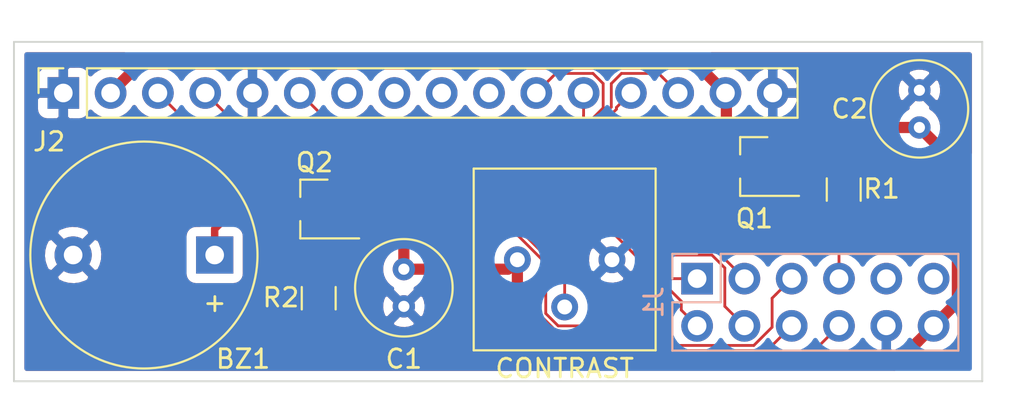
<source format=kicad_pcb>
(kicad_pcb (version 20171130) (host pcbnew 5.1.5+dfsg1-2build2)

  (general
    (thickness 1.6002)
    (drawings 4)
    (tracks 96)
    (zones 0)
    (modules 10)
    (nets 16)
  )

  (page A4)
  (layers
    (0 Front signal)
    (31 Back signal)
    (34 B.Paste user)
    (35 F.Paste user)
    (36 B.SilkS user)
    (37 F.SilkS user)
    (38 B.Mask user)
    (39 F.Mask user)
    (44 Edge.Cuts user)
    (45 Margin user)
    (46 B.CrtYd user)
    (47 F.CrtYd user)
    (49 F.Fab user hide)
  )

  (setup
    (last_trace_width 0.127)
    (user_trace_width 0.15)
    (user_trace_width 0.2)
    (user_trace_width 0.4)
    (user_trace_width 0.6)
    (trace_clearance 0.127)
    (zone_clearance 0.508)
    (zone_45_only no)
    (trace_min 0.127)
    (via_size 0.6)
    (via_drill 0.3)
    (via_min_size 0.6)
    (via_min_drill 0.3)
    (user_via 0.6 0.3)
    (user_via 0.9 0.4)
    (uvia_size 0.6858)
    (uvia_drill 0.3302)
    (uvias_allowed no)
    (uvia_min_size 0.2)
    (uvia_min_drill 0.1)
    (edge_width 0.0381)
    (segment_width 0.254)
    (pcb_text_width 0.3048)
    (pcb_text_size 1.524 1.524)
    (mod_edge_width 0.1524)
    (mod_text_size 0.8128 0.8128)
    (mod_text_width 0.1524)
    (pad_size 1.524 1.524)
    (pad_drill 0.762)
    (pad_to_mask_clearance 0)
    (solder_mask_min_width 0.12)
    (aux_axis_origin 0 0)
    (visible_elements FFFFFF7F)
    (pcbplotparams
      (layerselection 0x010fc_ffffffff)
      (usegerberextensions false)
      (usegerberattributes false)
      (usegerberadvancedattributes false)
      (creategerberjobfile false)
      (excludeedgelayer true)
      (linewidth 0.100000)
      (plotframeref false)
      (viasonmask false)
      (mode 1)
      (useauxorigin false)
      (hpglpennumber 1)
      (hpglpenspeed 20)
      (hpglpendiameter 15.000000)
      (psnegative false)
      (psa4output false)
      (plotreference true)
      (plotvalue true)
      (plotinvisibletext false)
      (padsonsilk false)
      (subtractmaskfromsilk false)
      (outputformat 1)
      (mirror false)
      (drillshape 0)
      (scaleselection 1)
      (outputdirectory "gerbers/"))
  )

  (net 0 "")
  (net 1 "Net-(BZ1-Pad1)")
  (net 2 GND)
  (net 3 +5V)
  (net 4 RS)
  (net 5 E)
  (net 6 /D7)
  (net 7 /D6)
  (net 8 /D5)
  (net 9 /D4)
  (net 10 /A)
  (net 11 /V0)
  (net 12 "Net-(Q1-Pad1)")
  (net 13 "Net-(Q2-Pad1)")
  (net 14 "Net-(J1-Pad7)")
  (net 15 "Net-(J1-Pad8)")

  (net_class Default "This is the default net class."
    (clearance 0.127)
    (trace_width 0.127)
    (via_dia 0.6)
    (via_drill 0.3)
    (uvia_dia 0.6858)
    (uvia_drill 0.3302)
    (diff_pair_width 0.1524)
    (diff_pair_gap 0.254)
    (add_net +5V)
    (add_net /A)
    (add_net /D4)
    (add_net /D5)
    (add_net /D6)
    (add_net /D7)
    (add_net /V0)
    (add_net E)
    (add_net GND)
    (add_net "Net-(BZ1-Pad1)")
    (add_net "Net-(J1-Pad7)")
    (add_net "Net-(J1-Pad8)")
    (add_net "Net-(Q1-Pad1)")
    (add_net "Net-(Q2-Pad1)")
    (add_net RS)
  )

  (module Buzzer_Beeper:Buzzer_12x9.5RM7.6 (layer Front) (tedit 5A030281) (tstamp 5FA701F3)
    (at 128.778 108.712 180)
    (descr "Generic Buzzer, D12mm height 9.5mm with RM7.6mm")
    (tags buzzer)
    (path /5FA0C958)
    (fp_text reference BZ1 (at -1.524 -5.588) (layer F.SilkS)
      (effects (font (size 1 1) (thickness 0.15)))
    )
    (fp_text value "Active Buzzer" (at 3.8 7.4) (layer F.Fab)
      (effects (font (size 1 1) (thickness 0.15)))
    )
    (fp_text user + (at -0.01 -2.54) (layer F.Fab)
      (effects (font (size 1 1) (thickness 0.15)))
    )
    (fp_text user + (at -0.01 -2.54) (layer F.SilkS)
      (effects (font (size 1 1) (thickness 0.15)))
    )
    (fp_text user %R (at 3.8 -4) (layer F.Fab)
      (effects (font (size 1 1) (thickness 0.15)))
    )
    (fp_circle (center 3.8 0) (end 10.05 0) (layer F.CrtYd) (width 0.05))
    (fp_circle (center 3.8 0) (end 9.8 0) (layer F.Fab) (width 0.1))
    (fp_circle (center 3.8 0) (end 4.8 0) (layer F.Fab) (width 0.1))
    (fp_circle (center 3.8 0) (end 9.9 0) (layer F.SilkS) (width 0.12))
    (pad 1 thru_hole rect (at 0 0 180) (size 2 2) (drill 1) (layers *.Cu *.Mask)
      (net 1 "Net-(BZ1-Pad1)"))
    (pad 2 thru_hole circle (at 7.6 0 180) (size 2 2) (drill 1) (layers *.Cu *.Mask)
      (net 2 GND))
    (model ${KISYS3DMOD}/Buzzer_Beeper.3dshapes/Buzzer_12x9.5RM7.6.wrl
      (at (xyz 0 0 0))
      (scale (xyz 1 1 1))
      (rotate (xyz 0 0 0))
    )
  )

  (module Connector_PinSocket_2.54mm:PinSocket_1x16_P2.54mm_Vertical (layer Front) (tedit 5A19A41E) (tstamp 5FA7024D)
    (at 120.65 100 90)
    (descr "Through hole straight socket strip, 1x16, 2.54mm pitch, single row (from Kicad 4.0.7), script generated")
    (tags "Through hole socket strip THT 1x16 2.54mm single row")
    (path /5F9DD503)
    (fp_text reference J2 (at -2.616 -0.762 180) (layer F.SilkS)
      (effects (font (size 1 1) (thickness 0.15)))
    )
    (fp_text value Conn_01x16_Female (at 0 40.87 90) (layer F.Fab)
      (effects (font (size 1 1) (thickness 0.15)))
    )
    (fp_line (start -1.27 -1.27) (end 0.635 -1.27) (layer F.Fab) (width 0.1))
    (fp_line (start 0.635 -1.27) (end 1.27 -0.635) (layer F.Fab) (width 0.1))
    (fp_line (start 1.27 -0.635) (end 1.27 39.37) (layer F.Fab) (width 0.1))
    (fp_line (start 1.27 39.37) (end -1.27 39.37) (layer F.Fab) (width 0.1))
    (fp_line (start -1.27 39.37) (end -1.27 -1.27) (layer F.Fab) (width 0.1))
    (fp_line (start -1.33 1.27) (end 1.33 1.27) (layer F.SilkS) (width 0.12))
    (fp_line (start -1.33 1.27) (end -1.33 39.43) (layer F.SilkS) (width 0.12))
    (fp_line (start -1.33 39.43) (end 1.33 39.43) (layer F.SilkS) (width 0.12))
    (fp_line (start 1.33 1.27) (end 1.33 39.43) (layer F.SilkS) (width 0.12))
    (fp_line (start 1.33 -1.33) (end 1.33 0) (layer F.SilkS) (width 0.12))
    (fp_line (start 0 -1.33) (end 1.33 -1.33) (layer F.SilkS) (width 0.12))
    (fp_line (start -1.8 -1.8) (end 1.75 -1.8) (layer F.CrtYd) (width 0.05))
    (fp_line (start 1.75 -1.8) (end 1.75 39.9) (layer F.CrtYd) (width 0.05))
    (fp_line (start 1.75 39.9) (end -1.8 39.9) (layer F.CrtYd) (width 0.05))
    (fp_line (start -1.8 39.9) (end -1.8 -1.8) (layer F.CrtYd) (width 0.05))
    (fp_text user %R (at 0 19.05) (layer F.Fab)
      (effects (font (size 1 1) (thickness 0.15)))
    )
    (pad 1 thru_hole rect (at 0 0 90) (size 1.7 1.7) (drill 1) (layers *.Cu *.Mask)
      (net 2 GND))
    (pad 2 thru_hole oval (at 0 2.54 90) (size 1.7 1.7) (drill 1) (layers *.Cu *.Mask)
      (net 10 /A))
    (pad 3 thru_hole oval (at 0 5.08 90) (size 1.7 1.7) (drill 1) (layers *.Cu *.Mask)
      (net 11 /V0))
    (pad 4 thru_hole oval (at 0 7.62 90) (size 1.7 1.7) (drill 1) (layers *.Cu *.Mask)
      (net 4 RS))
    (pad 5 thru_hole oval (at 0 10.16 90) (size 1.7 1.7) (drill 1) (layers *.Cu *.Mask)
      (net 2 GND))
    (pad 6 thru_hole oval (at 0 12.7 90) (size 1.7 1.7) (drill 1) (layers *.Cu *.Mask)
      (net 5 E))
    (pad 7 thru_hole oval (at 0 15.24 90) (size 1.7 1.7) (drill 1) (layers *.Cu *.Mask))
    (pad 8 thru_hole oval (at 0 17.78 90) (size 1.7 1.7) (drill 1) (layers *.Cu *.Mask))
    (pad 9 thru_hole oval (at 0 20.32 90) (size 1.7 1.7) (drill 1) (layers *.Cu *.Mask))
    (pad 10 thru_hole oval (at 0 22.86 90) (size 1.7 1.7) (drill 1) (layers *.Cu *.Mask))
    (pad 11 thru_hole oval (at 0 25.4 90) (size 1.7 1.7) (drill 1) (layers *.Cu *.Mask)
      (net 9 /D4))
    (pad 12 thru_hole oval (at 0 27.94 90) (size 1.7 1.7) (drill 1) (layers *.Cu *.Mask)
      (net 8 /D5))
    (pad 13 thru_hole oval (at 0 30.48 90) (size 1.7 1.7) (drill 1) (layers *.Cu *.Mask)
      (net 7 /D6))
    (pad 14 thru_hole oval (at 0 33.02 90) (size 1.7 1.7) (drill 1) (layers *.Cu *.Mask)
      (net 6 /D7))
    (pad 15 thru_hole oval (at 0 35.56 90) (size 1.7 1.7) (drill 1) (layers *.Cu *.Mask)
      (net 10 /A))
    (pad 16 thru_hole oval (at 0 38.1 90) (size 1.7 1.7) (drill 1) (layers *.Cu *.Mask)
      (net 2 GND))
    (model ${KISYS3DMOD}/Connector_PinSocket_2.54mm.3dshapes/PinSocket_1x16_P2.54mm_Vertical.wrl
      (at (xyz 0 0 0))
      (scale (xyz 1 1 1))
      (rotate (xyz 0 0 0))
    )
  )

  (module Package_TO_SOT_SMD:SOT-23_Handsoldering (layer Front) (tedit 5A0AB76C) (tstamp 5FA70262)
    (at 157.758 103.952 180)
    (descr "SOT-23, Handsoldering")
    (tags SOT-23)
    (path /5F9ED9F8)
    (attr smd)
    (fp_text reference Q1 (at 0 -2.8) (layer F.SilkS)
      (effects (font (size 1 1) (thickness 0.15)))
    )
    (fp_text value Q_PNP_BJT (at 0 2.5) (layer F.Fab)
      (effects (font (size 1 1) (thickness 0.15)))
    )
    (fp_text user %R (at 0 0 90) (layer F.Fab)
      (effects (font (size 0.5 0.5) (thickness 0.075)))
    )
    (fp_line (start 0.76 1.58) (end 0.76 0.65) (layer F.SilkS) (width 0.12))
    (fp_line (start 0.76 -1.58) (end 0.76 -0.65) (layer F.SilkS) (width 0.12))
    (fp_line (start -2.7 -1.75) (end 2.7 -1.75) (layer F.CrtYd) (width 0.05))
    (fp_line (start 2.7 -1.75) (end 2.7 1.75) (layer F.CrtYd) (width 0.05))
    (fp_line (start 2.7 1.75) (end -2.7 1.75) (layer F.CrtYd) (width 0.05))
    (fp_line (start -2.7 1.75) (end -2.7 -1.75) (layer F.CrtYd) (width 0.05))
    (fp_line (start 0.76 -1.58) (end -2.4 -1.58) (layer F.SilkS) (width 0.12))
    (fp_line (start -0.7 -0.95) (end -0.7 1.5) (layer F.Fab) (width 0.1))
    (fp_line (start -0.15 -1.52) (end 0.7 -1.52) (layer F.Fab) (width 0.1))
    (fp_line (start -0.7 -0.95) (end -0.15 -1.52) (layer F.Fab) (width 0.1))
    (fp_line (start 0.7 -1.52) (end 0.7 1.52) (layer F.Fab) (width 0.1))
    (fp_line (start -0.7 1.52) (end 0.7 1.52) (layer F.Fab) (width 0.1))
    (fp_line (start 0.76 1.58) (end -0.7 1.58) (layer F.SilkS) (width 0.12))
    (pad 1 smd rect (at -1.5 -0.95 180) (size 1.9 0.8) (layers Front F.Paste F.Mask)
      (net 12 "Net-(Q1-Pad1)"))
    (pad 2 smd rect (at -1.5 0.95 180) (size 1.9 0.8) (layers Front F.Paste F.Mask)
      (net 3 +5V))
    (pad 3 smd rect (at 1.5 0 180) (size 1.9 0.8) (layers Front F.Paste F.Mask)
      (net 10 /A))
    (model ${KISYS3DMOD}/Package_TO_SOT_SMD.3dshapes/SOT-23.wrl
      (at (xyz 0 0 0))
      (scale (xyz 1 1 1))
      (rotate (xyz 0 0 0))
    )
  )

  (module Package_TO_SOT_SMD:SOT-23_Handsoldering (layer Front) (tedit 5A0AB76C) (tstamp 5FA70277)
    (at 134.136 106.238 180)
    (descr "SOT-23, Handsoldering")
    (tags SOT-23)
    (path /5FA07BA7)
    (attr smd)
    (fp_text reference Q2 (at 0 2.5) (layer F.SilkS)
      (effects (font (size 1 1) (thickness 0.15)))
    )
    (fp_text value Q_PNP_BJT (at 0 2.5) (layer F.Fab)
      (effects (font (size 1 1) (thickness 0.15)))
    )
    (fp_line (start 0.76 1.58) (end -0.7 1.58) (layer F.SilkS) (width 0.12))
    (fp_line (start -0.7 1.52) (end 0.7 1.52) (layer F.Fab) (width 0.1))
    (fp_line (start 0.7 -1.52) (end 0.7 1.52) (layer F.Fab) (width 0.1))
    (fp_line (start -0.7 -0.95) (end -0.15 -1.52) (layer F.Fab) (width 0.1))
    (fp_line (start -0.15 -1.52) (end 0.7 -1.52) (layer F.Fab) (width 0.1))
    (fp_line (start -0.7 -0.95) (end -0.7 1.5) (layer F.Fab) (width 0.1))
    (fp_line (start 0.76 -1.58) (end -2.4 -1.58) (layer F.SilkS) (width 0.12))
    (fp_line (start -2.7 1.75) (end -2.7 -1.75) (layer F.CrtYd) (width 0.05))
    (fp_line (start 2.7 1.75) (end -2.7 1.75) (layer F.CrtYd) (width 0.05))
    (fp_line (start 2.7 -1.75) (end 2.7 1.75) (layer F.CrtYd) (width 0.05))
    (fp_line (start -2.7 -1.75) (end 2.7 -1.75) (layer F.CrtYd) (width 0.05))
    (fp_line (start 0.76 -1.58) (end 0.76 -0.65) (layer F.SilkS) (width 0.12))
    (fp_line (start 0.76 1.58) (end 0.76 0.65) (layer F.SilkS) (width 0.12))
    (fp_text user %R (at 0 0 90) (layer F.Fab)
      (effects (font (size 0.5 0.5) (thickness 0.075)))
    )
    (pad 3 smd rect (at 1.5 0 180) (size 1.9 0.8) (layers Front F.Paste F.Mask)
      (net 1 "Net-(BZ1-Pad1)"))
    (pad 2 smd rect (at -1.5 0.95 180) (size 1.9 0.8) (layers Front F.Paste F.Mask)
      (net 3 +5V))
    (pad 1 smd rect (at -1.5 -0.95 180) (size 1.9 0.8) (layers Front F.Paste F.Mask)
      (net 13 "Net-(Q2-Pad1)"))
    (model ${KISYS3DMOD}/Package_TO_SOT_SMD.3dshapes/SOT-23.wrl
      (at (xyz 0 0 0))
      (scale (xyz 1 1 1))
      (rotate (xyz 0 0 0))
    )
  )

  (module Resistor_SMD:R_1206_3216Metric_Pad1.42x1.75mm_HandSolder (layer Front) (tedit 5B301BBD) (tstamp 5FA70288)
    (at 162.56 105.1925 270)
    (descr "Resistor SMD 1206 (3216 Metric), square (rectangular) end terminal, IPC_7351 nominal with elongated pad for handsoldering. (Body size source: http://www.tortai-tech.com/upload/download/2011102023233369053.pdf), generated with kicad-footprint-generator")
    (tags "resistor handsolder")
    (path /5F9F10A8)
    (attr smd)
    (fp_text reference R1 (at -0.0365 -2.032 180) (layer F.SilkS)
      (effects (font (size 1 1) (thickness 0.15)))
    )
    (fp_text value R (at 0 1.82 90) (layer F.Fab)
      (effects (font (size 1 1) (thickness 0.15)))
    )
    (fp_line (start -1.6 0.8) (end -1.6 -0.8) (layer F.Fab) (width 0.1))
    (fp_line (start -1.6 -0.8) (end 1.6 -0.8) (layer F.Fab) (width 0.1))
    (fp_line (start 1.6 -0.8) (end 1.6 0.8) (layer F.Fab) (width 0.1))
    (fp_line (start 1.6 0.8) (end -1.6 0.8) (layer F.Fab) (width 0.1))
    (fp_line (start -0.602064 -0.91) (end 0.602064 -0.91) (layer F.SilkS) (width 0.12))
    (fp_line (start -0.602064 0.91) (end 0.602064 0.91) (layer F.SilkS) (width 0.12))
    (fp_line (start -2.45 1.12) (end -2.45 -1.12) (layer F.CrtYd) (width 0.05))
    (fp_line (start -2.45 -1.12) (end 2.45 -1.12) (layer F.CrtYd) (width 0.05))
    (fp_line (start 2.45 -1.12) (end 2.45 1.12) (layer F.CrtYd) (width 0.05))
    (fp_line (start 2.45 1.12) (end -2.45 1.12) (layer F.CrtYd) (width 0.05))
    (fp_text user %R (at 0 0 90) (layer F.Fab)
      (effects (font (size 0.8 0.8) (thickness 0.12)))
    )
    (pad 1 smd roundrect (at -1.4875 0 270) (size 1.425 1.75) (layers Front F.Paste F.Mask) (roundrect_rratio 0.175439)
      (net 12 "Net-(Q1-Pad1)"))
    (pad 2 smd roundrect (at 1.4875 0 270) (size 1.425 1.75) (layers Front F.Paste F.Mask) (roundrect_rratio 0.175439)
      (net 14 "Net-(J1-Pad7)"))
    (model ${KISYS3DMOD}/Resistor_SMD.3dshapes/R_1206_3216Metric.wrl
      (at (xyz 0 0 0))
      (scale (xyz 1 1 1))
      (rotate (xyz 0 0 0))
    )
  )

  (module Resistor_SMD:R_1206_3216Metric_Pad1.42x1.75mm_HandSolder (layer Front) (tedit 5B301BBD) (tstamp 5FA70299)
    (at 134.366 111.0345 270)
    (descr "Resistor SMD 1206 (3216 Metric), square (rectangular) end terminal, IPC_7351 nominal with elongated pad for handsoldering. (Body size source: http://www.tortai-tech.com/upload/download/2011102023233369053.pdf), generated with kicad-footprint-generator")
    (tags "resistor handsolder")
    (path /5FA07BAD)
    (attr smd)
    (fp_text reference R2 (at -0.0365 2.032 180) (layer F.SilkS)
      (effects (font (size 1 1) (thickness 0.15)))
    )
    (fp_text value R (at 0 1.82 90) (layer F.Fab)
      (effects (font (size 1 1) (thickness 0.15)))
    )
    (fp_text user %R (at 0 0 90) (layer F.Fab)
      (effects (font (size 0.8 0.8) (thickness 0.12)))
    )
    (fp_line (start 2.45 1.12) (end -2.45 1.12) (layer F.CrtYd) (width 0.05))
    (fp_line (start 2.45 -1.12) (end 2.45 1.12) (layer F.CrtYd) (width 0.05))
    (fp_line (start -2.45 -1.12) (end 2.45 -1.12) (layer F.CrtYd) (width 0.05))
    (fp_line (start -2.45 1.12) (end -2.45 -1.12) (layer F.CrtYd) (width 0.05))
    (fp_line (start -0.602064 0.91) (end 0.602064 0.91) (layer F.SilkS) (width 0.12))
    (fp_line (start -0.602064 -0.91) (end 0.602064 -0.91) (layer F.SilkS) (width 0.12))
    (fp_line (start 1.6 0.8) (end -1.6 0.8) (layer F.Fab) (width 0.1))
    (fp_line (start 1.6 -0.8) (end 1.6 0.8) (layer F.Fab) (width 0.1))
    (fp_line (start -1.6 -0.8) (end 1.6 -0.8) (layer F.Fab) (width 0.1))
    (fp_line (start -1.6 0.8) (end -1.6 -0.8) (layer F.Fab) (width 0.1))
    (pad 2 smd roundrect (at 1.4875 0 270) (size 1.425 1.75) (layers Front F.Paste F.Mask) (roundrect_rratio 0.175439)
      (net 15 "Net-(J1-Pad8)"))
    (pad 1 smd roundrect (at -1.4875 0 270) (size 1.425 1.75) (layers Front F.Paste F.Mask) (roundrect_rratio 0.175439)
      (net 13 "Net-(Q2-Pad1)"))
    (model ${KISYS3DMOD}/Resistor_SMD.3dshapes/R_1206_3216Metric.wrl
      (at (xyz 0 0 0))
      (scale (xyz 1 1 1))
      (rotate (xyz 0 0 0))
    )
  )

  (module Potentiometer_THT:Potentiometer_Bourns_3386P_Vertical (layer Front) (tedit 5AA07388) (tstamp 5FA702B0)
    (at 145.034 108.966 270)
    (descr "Potentiometer, vertical, Bourns 3386P, https://www.bourns.com/pdfs/3386.pdf")
    (tags "Potentiometer vertical Bourns 3386P")
    (path /5F9F1E95)
    (fp_text reference CONTRAST (at 5.842 -2.54 180) (layer F.SilkS)
      (effects (font (size 1 1) (thickness 0.15)))
    )
    (fp_text value R_POT (at -0.015 3.475 90) (layer F.Fab)
      (effects (font (size 1 1) (thickness 0.15)))
    )
    (fp_circle (center -0.891 -2.54) (end 0.684 -2.54) (layer F.Fab) (width 0.1))
    (fp_line (start -4.78 -7.305) (end -4.78 2.225) (layer F.Fab) (width 0.1))
    (fp_line (start -4.78 2.225) (end 4.75 2.225) (layer F.Fab) (width 0.1))
    (fp_line (start 4.75 2.225) (end 4.75 -7.305) (layer F.Fab) (width 0.1))
    (fp_line (start 4.75 -7.305) (end -4.78 -7.305) (layer F.Fab) (width 0.1))
    (fp_line (start -0.891 -0.98) (end -0.89 -4.099) (layer F.Fab) (width 0.1))
    (fp_line (start -0.891 -0.98) (end -0.89 -4.099) (layer F.Fab) (width 0.1))
    (fp_line (start -4.9 -7.425) (end 4.87 -7.425) (layer F.SilkS) (width 0.12))
    (fp_line (start -4.9 2.345) (end 4.87 2.345) (layer F.SilkS) (width 0.12))
    (fp_line (start -4.9 -7.425) (end -4.9 2.345) (layer F.SilkS) (width 0.12))
    (fp_line (start 4.87 -7.425) (end 4.87 2.345) (layer F.SilkS) (width 0.12))
    (fp_line (start -5.03 -7.56) (end -5.03 2.48) (layer F.CrtYd) (width 0.05))
    (fp_line (start -5.03 2.48) (end 5 2.48) (layer F.CrtYd) (width 0.05))
    (fp_line (start 5 2.48) (end 5 -7.56) (layer F.CrtYd) (width 0.05))
    (fp_line (start 5 -7.56) (end -5.03 -7.56) (layer F.CrtYd) (width 0.05))
    (fp_text user %R (at -3.78 -2.54) (layer F.Fab)
      (effects (font (size 1 1) (thickness 0.15)))
    )
    (pad 3 thru_hole circle (at 0 -5.08 270) (size 1.44 1.44) (drill 0.8) (layers *.Cu *.Mask)
      (net 2 GND))
    (pad 2 thru_hole circle (at 2.54 -2.54 270) (size 1.44 1.44) (drill 0.8) (layers *.Cu *.Mask)
      (net 11 /V0))
    (pad 1 thru_hole circle (at 0 0 270) (size 1.44 1.44) (drill 0.8) (layers *.Cu *.Mask)
      (net 3 +5V))
    (model ${KISYS3DMOD}/Potentiometer_THT.3dshapes/Potentiometer_Bourns_3386P_Vertical.wrl
      (at (xyz 0 0 0))
      (scale (xyz 1 1 1))
      (rotate (xyz 0 0 0))
    )
  )

  (module Capacitor_THT:C_Radial_D5.0mm_H7.0mm_P2.00mm (layer Front) (tedit 5BC5C9B9) (tstamp 5FA70565)
    (at 138.938 109.474 270)
    (descr "C, Radial series, Radial, pin pitch=2.00mm, diameter=5mm, height=7mm, Non-Polar Electrolytic Capacitor")
    (tags "C Radial series Radial pin pitch 2.00mm diameter 5mm height 7mm Non-Polar Electrolytic Capacitor")
    (path /5F9E25DC)
    (fp_text reference C1 (at 4.826 0 180) (layer F.SilkS)
      (effects (font (size 1 1) (thickness 0.15)))
    )
    (fp_text value 47u (at 1 3.75 90) (layer F.Fab)
      (effects (font (size 1 1) (thickness 0.15)))
    )
    (fp_circle (center 1 0) (end 3.5 0) (layer F.Fab) (width 0.1))
    (fp_circle (center 1 0) (end 3.62 0) (layer F.SilkS) (width 0.12))
    (fp_circle (center 1 0) (end 3.75 0) (layer F.CrtYd) (width 0.05))
    (fp_text user %R (at 1 0 90) (layer F.Fab)
      (effects (font (size 1 1) (thickness 0.15)))
    )
    (pad 1 thru_hole circle (at 0 0 270) (size 1.2 1.2) (drill 0.6) (layers *.Cu *.Mask)
      (net 3 +5V))
    (pad 2 thru_hole circle (at 2 0 270) (size 1.2 1.2) (drill 0.6) (layers *.Cu *.Mask)
      (net 2 GND))
    (model ${KISYS3DMOD}/Capacitor_THT.3dshapes/C_Radial_D5.0mm_H7.0mm_P2.00mm.wrl
      (at (xyz 0 0 0))
      (scale (xyz 1 1 1))
      (rotate (xyz 0 0 0))
    )
  )

  (module Capacitor_THT:C_Radial_D5.0mm_H7.0mm_P2.00mm (layer Front) (tedit 5BC5C9B9) (tstamp 5FA7056E)
    (at 166.624 101.854 90)
    (descr "C, Radial series, Radial, pin pitch=2.00mm, diameter=5mm, height=7mm, Non-Polar Electrolytic Capacitor")
    (tags "C Radial series Radial pin pitch 2.00mm diameter 5mm height 7mm Non-Polar Electrolytic Capacitor")
    (path /5F9E5CE6)
    (fp_text reference C2 (at 1 -3.75 180) (layer F.SilkS)
      (effects (font (size 1 1) (thickness 0.15)))
    )
    (fp_text value 220u (at 1 3.75 90) (layer F.Fab)
      (effects (font (size 1 1) (thickness 0.15)))
    )
    (fp_text user %R (at 1 0 90) (layer F.Fab)
      (effects (font (size 1 1) (thickness 0.15)))
    )
    (fp_circle (center 1 0) (end 3.75 0) (layer F.CrtYd) (width 0.05))
    (fp_circle (center 1 0) (end 3.62 0) (layer F.SilkS) (width 0.12))
    (fp_circle (center 1 0) (end 3.5 0) (layer F.Fab) (width 0.1))
    (pad 2 thru_hole circle (at 2 0 90) (size 1.2 1.2) (drill 0.6) (layers *.Cu *.Mask)
      (net 2 GND))
    (pad 1 thru_hole circle (at 0 0 90) (size 1.2 1.2) (drill 0.6) (layers *.Cu *.Mask)
      (net 3 +5V))
    (model ${KISYS3DMOD}/Capacitor_THT.3dshapes/C_Radial_D5.0mm_H7.0mm_P2.00mm.wrl
      (at (xyz 0 0 0))
      (scale (xyz 1 1 1))
      (rotate (xyz 0 0 0))
    )
  )

  (module Connector_PinHeader_2.54mm:PinHeader_2x06_P2.54mm_Vertical (layer Back) (tedit 59FED5CC) (tstamp 5FB824A4)
    (at 154.686 109.982 270)
    (descr "Through hole straight pin header, 2x06, 2.54mm pitch, double rows")
    (tags "Through hole pin header THT 2x06 2.54mm double row")
    (path /5FAA0FE3)
    (fp_text reference J1 (at 1.27 2.33 270) (layer B.SilkS)
      (effects (font (size 1 1) (thickness 0.15)) (justify mirror))
    )
    (fp_text value Conn_02x06_Odd_Even (at 1.27 -15.03 270) (layer B.Fab)
      (effects (font (size 1 1) (thickness 0.15)) (justify mirror))
    )
    (fp_line (start 0 1.27) (end 3.81 1.27) (layer B.Fab) (width 0.1))
    (fp_line (start 3.81 1.27) (end 3.81 -13.97) (layer B.Fab) (width 0.1))
    (fp_line (start 3.81 -13.97) (end -1.27 -13.97) (layer B.Fab) (width 0.1))
    (fp_line (start -1.27 -13.97) (end -1.27 0) (layer B.Fab) (width 0.1))
    (fp_line (start -1.27 0) (end 0 1.27) (layer B.Fab) (width 0.1))
    (fp_line (start -1.33 -14.03) (end 3.87 -14.03) (layer B.SilkS) (width 0.12))
    (fp_line (start -1.33 -1.27) (end -1.33 -14.03) (layer B.SilkS) (width 0.12))
    (fp_line (start 3.87 1.33) (end 3.87 -14.03) (layer B.SilkS) (width 0.12))
    (fp_line (start -1.33 -1.27) (end 1.27 -1.27) (layer B.SilkS) (width 0.12))
    (fp_line (start 1.27 -1.27) (end 1.27 1.33) (layer B.SilkS) (width 0.12))
    (fp_line (start 1.27 1.33) (end 3.87 1.33) (layer B.SilkS) (width 0.12))
    (fp_line (start -1.33 0) (end -1.33 1.33) (layer B.SilkS) (width 0.12))
    (fp_line (start -1.33 1.33) (end 0 1.33) (layer B.SilkS) (width 0.12))
    (fp_line (start -1.8 1.8) (end -1.8 -14.5) (layer B.CrtYd) (width 0.05))
    (fp_line (start -1.8 -14.5) (end 4.35 -14.5) (layer B.CrtYd) (width 0.05))
    (fp_line (start 4.35 -14.5) (end 4.35 1.8) (layer B.CrtYd) (width 0.05))
    (fp_line (start 4.35 1.8) (end -1.8 1.8) (layer B.CrtYd) (width 0.05))
    (fp_text user %R (at 1.27 -6.35) (layer B.Fab)
      (effects (font (size 1 1) (thickness 0.15)) (justify mirror))
    )
    (pad 1 thru_hole rect (at 0 0 270) (size 1.7 1.7) (drill 1) (layers *.Cu *.Mask)
      (net 9 /D4))
    (pad 2 thru_hole oval (at 2.54 0 270) (size 1.7 1.7) (drill 1) (layers *.Cu *.Mask)
      (net 8 /D5))
    (pad 3 thru_hole oval (at 0 -2.54 270) (size 1.7 1.7) (drill 1) (layers *.Cu *.Mask)
      (net 7 /D6))
    (pad 4 thru_hole oval (at 2.54 -2.54 270) (size 1.7 1.7) (drill 1) (layers *.Cu *.Mask)
      (net 6 /D7))
    (pad 5 thru_hole oval (at 0 -5.08 270) (size 1.7 1.7) (drill 1) (layers *.Cu *.Mask)
      (net 5 E))
    (pad 6 thru_hole oval (at 2.54 -5.08 270) (size 1.7 1.7) (drill 1) (layers *.Cu *.Mask)
      (net 4 RS))
    (pad 7 thru_hole oval (at 0 -7.62 270) (size 1.7 1.7) (drill 1) (layers *.Cu *.Mask)
      (net 14 "Net-(J1-Pad7)"))
    (pad 8 thru_hole oval (at 2.54 -7.62 270) (size 1.7 1.7) (drill 1) (layers *.Cu *.Mask)
      (net 15 "Net-(J1-Pad8)"))
    (pad 9 thru_hole oval (at 0 -10.16 270) (size 1.7 1.7) (drill 1) (layers *.Cu *.Mask))
    (pad 10 thru_hole oval (at 2.54 -10.16 270) (size 1.7 1.7) (drill 1) (layers *.Cu *.Mask)
      (net 2 GND))
    (pad 11 thru_hole oval (at 0 -12.7 270) (size 1.7 1.7) (drill 1) (layers *.Cu *.Mask))
    (pad 12 thru_hole oval (at 2.54 -12.7 270) (size 1.7 1.7) (drill 1) (layers *.Cu *.Mask)
      (net 3 +5V))
    (model ${KISYS3DMOD}/Connector_PinHeader_2.54mm.3dshapes/PinHeader_2x06_P2.54mm_Vertical.wrl
      (at (xyz 0 0 0))
      (scale (xyz 1 1 1))
      (rotate (xyz 0 0 0))
    )
  )

  (gr_line (start 170 97.25) (end 170 115.5) (layer Edge.Cuts) (width 0.1))
  (gr_line (start 118 97.25) (end 170 97.25) (layer Edge.Cuts) (width 0.1))
  (gr_line (start 118 115.5) (end 118 97.25) (layer Edge.Cuts) (width 0.1))
  (gr_line (start 170 115.5) (end 118 115.5) (layer Edge.Cuts) (width 0.1))

  (segment (start 128.778 107.312) (end 128.778 108.712) (width 0.4) (layer Front) (net 1) (status 20))
  (segment (start 129.852 106.238) (end 128.778 107.312) (width 0.4) (layer Front) (net 1))
  (segment (start 132.636 106.238) (end 129.852 106.238) (width 0.4) (layer Front) (net 1) (status 10))
  (segment (start 159.258 102.002) (end 159.258 103.002) (width 0.6) (layer Front) (net 3) (status 20))
  (segment (start 159.406 101.854) (end 159.258 102.002) (width 0.6) (layer Front) (net 3))
  (segment (start 166.624 101.854) (end 159.406 101.854) (width 0.6) (layer Front) (net 3) (status 10))
  (segment (start 137.186 105.288) (end 135.636 105.288) (width 0.6) (layer Front) (net 3) (status 20))
  (segment (start 138.938 107.04) (end 137.186 105.288) (width 0.6) (layer Front) (net 3))
  (segment (start 138.938 109.474) (end 138.938 107.04) (width 0.6) (layer Front) (net 3) (status 10))
  (segment (start 167.223999 102.453999) (end 166.624 101.854) (width 0.6) (layer Front) (net 3))
  (segment (start 168.663001 103.893001) (end 167.223999 102.453999) (width 0.6) (layer Front) (net 3))
  (segment (start 168.663001 111.244999) (end 168.663001 103.893001) (width 0.6) (layer Front) (net 3))
  (segment (start 167.386 112.522) (end 168.663001 111.244999) (width 0.6) (layer Front) (net 3))
  (segment (start 144.526 109.474) (end 145.034 108.966) (width 0.6) (layer Front) (net 3))
  (segment (start 138.938 109.474) (end 144.526 109.474) (width 0.6) (layer Front) (net 3))
  (segment (start 148.62352 114.630031) (end 165.277969 114.630031) (width 0.6) (layer Front) (net 3))
  (segment (start 145.034 111.040511) (end 148.62352 114.630031) (width 0.6) (layer Front) (net 3))
  (segment (start 166.536001 113.371999) (end 167.386 112.522) (width 0.6) (layer Front) (net 3))
  (segment (start 165.277969 114.630031) (end 166.536001 113.371999) (width 0.6) (layer Front) (net 3))
  (segment (start 145.034 108.966) (end 145.034 111.040511) (width 0.6) (layer Front) (net 3))
  (segment (start 132.00799 103.73799) (end 141.924079 103.73799) (width 0.15) (layer Front) (net 4))
  (segment (start 128.27 100) (end 132.00799 103.73799) (width 0.15) (layer Front) (net 4))
  (segment (start 141.924079 103.73799) (end 152.0371 113.851011) (width 0.15) (layer Front) (net 4))
  (segment (start 158.436989 113.851011) (end 159.766 112.522) (width 0.15) (layer Front) (net 4))
  (segment (start 152.0371 113.851011) (end 158.436989 113.851011) (width 0.15) (layer Front) (net 4))
  (segment (start 158.713999 111.034001) (end 158.916001 110.831999) (width 0.15) (layer Front) (net 5))
  (segment (start 158.713999 112.590963) (end 158.713999 111.034001) (width 0.15) (layer Front) (net 5))
  (segment (start 157.730961 113.574001) (end 158.713999 112.590963) (width 0.15) (layer Front) (net 5))
  (segment (start 158.916001 110.831999) (end 159.766 109.982) (width 0.15) (layer Front) (net 5))
  (segment (start 152.151841 113.574001) (end 157.730961 113.574001) (width 0.15) (layer Front) (net 5))
  (segment (start 142.03882 103.46098) (end 152.151841 113.574001) (width 0.15) (layer Front) (net 5))
  (segment (start 136.81098 103.46098) (end 142.03882 103.46098) (width 0.15) (layer Front) (net 5))
  (segment (start 133.35 100) (end 136.81098 103.46098) (width 0.15) (layer Front) (net 5))
  (segment (start 152.820001 99.150001) (end 153.67 100) (width 0.15) (layer Front) (net 6))
  (segment (start 152.617999 98.947999) (end 152.820001 99.150001) (width 0.15) (layer Front) (net 6))
  (segment (start 150.077999 100.757751) (end 150.077999 99.495039) (width 0.15) (layer Front) (net 6))
  (segment (start 149.14402 101.69173) (end 150.077999 100.757751) (width 0.15) (layer Front) (net 6))
  (segment (start 149.14402 105.720122) (end 149.14402 101.69173) (width 0.15) (layer Front) (net 6))
  (segment (start 152.135898 108.712) (end 149.14402 105.720122) (width 0.15) (layer Front) (net 6))
  (segment (start 150.625039 98.947999) (end 152.617999 98.947999) (width 0.15) (layer Front) (net 6))
  (segment (start 155.479602 108.712) (end 152.135898 108.712) (width 0.15) (layer Front) (net 6))
  (segment (start 156.173999 109.406397) (end 155.479602 108.712) (width 0.15) (layer Front) (net 6))
  (segment (start 156.173999 111.469999) (end 156.173999 109.406397) (width 0.15) (layer Front) (net 6))
  (segment (start 150.077999 99.495039) (end 150.625039 98.947999) (width 0.15) (layer Front) (net 6))
  (segment (start 157.226 112.522) (end 156.173999 111.469999) (width 0.15) (layer Front) (net 6))
  (segment (start 150.355008 100.774992) (end 151.13 100) (width 0.15) (layer Front) (net 7))
  (segment (start 150.355008 100.872492) (end 150.355008 100.774992) (width 0.15) (layer Front) (net 7))
  (segment (start 149.42103 101.80647) (end 150.355008 100.872492) (width 0.15) (layer Front) (net 7))
  (segment (start 149.42103 105.605382) (end 149.42103 101.80647) (width 0.15) (layer Front) (net 7))
  (segment (start 152.250638 108.43499) (end 149.42103 105.605382) (width 0.15) (layer Front) (net 7))
  (segment (start 155.67899 108.43499) (end 152.250638 108.43499) (width 0.15) (layer Front) (net 7))
  (segment (start 157.226 109.982) (end 155.67899 108.43499) (width 0.15) (layer Front) (net 7))
  (segment (start 148.59 105.949602) (end 148.59 101.202081) (width 0.15) (layer Front) (net 8))
  (segment (start 153.836001 111.195603) (end 148.59 105.949602) (width 0.15) (layer Front) (net 8))
  (segment (start 153.836001 111.672001) (end 153.836001 111.195603) (width 0.15) (layer Front) (net 8))
  (segment (start 148.59 101.202081) (end 148.59 100) (width 0.15) (layer Front) (net 8))
  (segment (start 154.686 112.522) (end 153.836001 111.672001) (width 0.15) (layer Front) (net 8))
  (segment (start 146.899999 99.150001) (end 146.05 100) (width 0.15) (layer Front) (net 9))
  (segment (start 147.102001 98.947999) (end 146.899999 99.150001) (width 0.15) (layer Front) (net 9))
  (segment (start 149.094961 98.947999) (end 147.102001 98.947999) (width 0.15) (layer Front) (net 9))
  (segment (start 149.642001 99.495039) (end 149.094961 98.947999) (width 0.15) (layer Front) (net 9))
  (segment (start 149.642001 100.801999) (end 149.642001 99.495039) (width 0.15) (layer Front) (net 9))
  (segment (start 148.86701 101.57699) (end 149.642001 100.801999) (width 0.15) (layer Front) (net 9))
  (segment (start 148.86701 105.834862) (end 148.86701 101.57699) (width 0.15) (layer Front) (net 9))
  (segment (start 153.014148 109.982) (end 148.86701 105.834862) (width 0.15) (layer Front) (net 9))
  (segment (start 154.686 109.982) (end 153.014148 109.982) (width 0.15) (layer Front) (net 9))
  (segment (start 156.258 100.048) (end 156.21 100) (width 0.6) (layer Front) (net 10) (status 30))
  (segment (start 156.258 103.952) (end 156.258 100.048) (width 0.6) (layer Front) (net 10) (status 30))
  (segment (start 124.744011 98.445989) (end 123.19 100) (width 0.6) (layer Front) (net 10))
  (segment (start 154.655989 98.445989) (end 124.744011 98.445989) (width 0.6) (layer Front) (net 10))
  (segment (start 156.21 100) (end 154.655989 98.445989) (width 0.6) (layer Front) (net 10))
  (segment (start 129.745 104.015) (end 125.73 100) (width 0.15) (layer Front) (net 11))
  (segment (start 141.809339 104.015) (end 129.745 104.015) (width 0.15) (layer Front) (net 11))
  (segment (start 147.574 109.779661) (end 141.809339 104.015) (width 0.15) (layer Front) (net 11))
  (segment (start 147.574 111.506) (end 147.574 109.779661) (width 0.15) (layer Front) (net 11))
  (segment (start 162.56 104.4175) (end 162.56 103.705) (width 0.2) (layer Front) (net 12) (status 20))
  (segment (start 162.0755 104.902) (end 162.56 104.4175) (width 0.2) (layer Front) (net 12))
  (segment (start 159.258 104.902) (end 162.0755 104.902) (width 0.2) (layer Front) (net 12) (status 10))
  (segment (start 134.366 108.458) (end 135.636 107.188) (width 0.4) (layer Front) (net 13) (status 20))
  (segment (start 134.366 109.547) (end 134.366 108.458) (width 0.4) (layer Front) (net 13) (status 10))
  (segment (start 162.306 106.934) (end 162.56 106.68) (width 0.15) (layer Front) (net 14))
  (segment (start 162.306 109.982) (end 162.306 106.934) (width 0.15) (layer Front) (net 14))
  (segment (start 162.306 112.522) (end 160.699979 114.128021) (width 0.15) (layer Front) (net 15))
  (segment (start 151.922359 114.128021) (end 150.316338 112.522) (width 0.15) (layer Front) (net 15))
  (segment (start 160.699979 114.128021) (end 151.922359 114.128021) (width 0.15) (layer Front) (net 15))
  (segment (start 147.225438 112.522) (end 146.558 111.854562) (width 0.15) (layer Front) (net 15))
  (segment (start 150.316338 112.522) (end 147.225438 112.522) (width 0.15) (layer Front) (net 15))
  (segment (start 146.558 111.854562) (end 146.558 109.155411) (width 0.15) (layer Front) (net 15))
  (segment (start 133.491 112.522) (end 134.366 112.522) (width 0.15) (layer Front) (net 15))
  (segment (start 133.28899 112.31999) (end 133.491 112.522) (width 0.15) (layer Front) (net 15))
  (segment (start 133.28899 108.89727) (end 133.28899 112.31999) (width 0.15) (layer Front) (net 15))
  (segment (start 133.788001 108.398259) (end 133.28899 108.89727) (width 0.15) (layer Front) (net 15))
  (segment (start 133.788001 105.422397) (end 133.788001 108.398259) (width 0.15) (layer Front) (net 15))
  (segment (start 142.088588 104.685999) (end 134.524399 104.685999) (width 0.15) (layer Front) (net 15))
  (segment (start 134.524399 104.685999) (end 133.788001 105.422397) (width 0.15) (layer Front) (net 15))
  (segment (start 146.558 109.155411) (end 142.088588 104.685999) (width 0.15) (layer Front) (net 15))

  (zone (net 2) (net_name GND) (layer Front) (tstamp 5FB7CA86) (hatch edge 0.508)
    (connect_pads (clearance 0.508))
    (min_thickness 0.254)
    (fill yes (arc_segments 32) (thermal_gap 0.508) (thermal_bridge_width 0.508))
    (polygon
      (pts
        (xy 171.25 116.5) (xy 117.5 116.5) (xy 117.5 95.5) (xy 171.25 95.5)
      )
    )
    (filled_polygon
      (pts
        (xy 123.349981 98.517729) (xy 123.33626 98.515) (xy 123.04374 98.515) (xy 122.756842 98.572068) (xy 122.486589 98.68401)
        (xy 122.243368 98.846525) (xy 122.111513 98.97838) (xy 122.089502 98.90582) (xy 122.030537 98.795506) (xy 121.951185 98.698815)
        (xy 121.854494 98.619463) (xy 121.74418 98.560498) (xy 121.624482 98.524188) (xy 121.5 98.511928) (xy 120.93575 98.515)
        (xy 120.777 98.67375) (xy 120.777 99.873) (xy 120.797 99.873) (xy 120.797 100.127) (xy 120.777 100.127)
        (xy 120.777 101.32625) (xy 120.93575 101.485) (xy 121.5 101.488072) (xy 121.624482 101.475812) (xy 121.74418 101.439502)
        (xy 121.854494 101.380537) (xy 121.951185 101.301185) (xy 122.030537 101.204494) (xy 122.089502 101.09418) (xy 122.111513 101.02162)
        (xy 122.243368 101.153475) (xy 122.486589 101.31599) (xy 122.756842 101.427932) (xy 123.04374 101.485) (xy 123.33626 101.485)
        (xy 123.623158 101.427932) (xy 123.893411 101.31599) (xy 124.136632 101.153475) (xy 124.343475 100.946632) (xy 124.46 100.77224)
        (xy 124.576525 100.946632) (xy 124.783368 101.153475) (xy 125.026589 101.31599) (xy 125.296842 101.427932) (xy 125.58374 101.485)
        (xy 125.87626 101.485) (xy 126.155387 101.429478) (xy 129.218292 104.492384) (xy 129.240525 104.519475) (xy 129.267615 104.541707)
        (xy 129.348635 104.608199) (xy 129.348637 104.6082) (xy 129.47198 104.674128) (xy 129.605816 104.714727) (xy 129.710123 104.725)
        (xy 129.710124 104.725) (xy 129.744999 104.728435) (xy 129.779874 104.725) (xy 133.481307 104.725) (xy 133.310618 104.895689)
        (xy 133.283526 104.917923) (xy 133.194801 105.026035) (xy 133.128873 105.149378) (xy 133.113539 105.199928) (xy 131.686 105.199928)
        (xy 131.561518 105.212188) (xy 131.44182 105.248498) (xy 131.331506 105.307463) (xy 131.234815 105.386815) (xy 131.221532 105.403)
        (xy 129.893007 105.403) (xy 129.851999 105.398961) (xy 129.810991 105.403) (xy 129.810981 105.403) (xy 129.688311 105.415082)
        (xy 129.530913 105.462828) (xy 129.385854 105.540364) (xy 129.258709 105.644709) (xy 129.232558 105.676574) (xy 128.216579 106.692554)
        (xy 128.184709 106.718709) (xy 128.092316 106.831291) (xy 128.080364 106.845855) (xy 128.002828 106.990914) (xy 127.977646 107.073928)
        (xy 127.778 107.073928) (xy 127.653518 107.086188) (xy 127.53382 107.122498) (xy 127.423506 107.181463) (xy 127.326815 107.260815)
        (xy 127.247463 107.357506) (xy 127.188498 107.46782) (xy 127.152188 107.587518) (xy 127.139928 107.712) (xy 127.139928 109.712)
        (xy 127.152188 109.836482) (xy 127.188498 109.95618) (xy 127.247463 110.066494) (xy 127.326815 110.163185) (xy 127.423506 110.242537)
        (xy 127.53382 110.301502) (xy 127.653518 110.337812) (xy 127.778 110.350072) (xy 129.778 110.350072) (xy 129.902482 110.337812)
        (xy 130.02218 110.301502) (xy 130.132494 110.242537) (xy 130.229185 110.163185) (xy 130.308537 110.066494) (xy 130.367502 109.95618)
        (xy 130.403812 109.836482) (xy 130.416072 109.712) (xy 130.416072 107.712) (xy 130.403812 107.587518) (xy 130.367502 107.46782)
        (xy 130.308537 107.357506) (xy 130.229185 107.260815) (xy 130.132494 107.181463) (xy 130.104414 107.166454) (xy 130.197868 107.073)
        (xy 131.221532 107.073) (xy 131.234815 107.089185) (xy 131.331506 107.168537) (xy 131.44182 107.227502) (xy 131.561518 107.263812)
        (xy 131.686 107.276072) (xy 133.078002 107.276072) (xy 133.078002 108.104167) (xy 132.811607 108.370562) (xy 132.784515 108.392796)
        (xy 132.69579 108.500908) (xy 132.629862 108.624251) (xy 132.589263 108.758087) (xy 132.58193 108.832544) (xy 132.575555 108.89727)
        (xy 132.57899 108.932145) (xy 132.578991 112.285105) (xy 132.575555 112.31999) (xy 132.589264 112.459174) (xy 132.629862 112.593009)
        (xy 132.675492 112.678376) (xy 132.695791 112.716353) (xy 132.784516 112.824465) (xy 132.811607 112.846698) (xy 132.852928 112.888019)
        (xy 132.852928 112.9845) (xy 132.869992 113.157754) (xy 132.920528 113.32435) (xy 133.002595 113.477886) (xy 133.113038 113.612462)
        (xy 133.247614 113.722905) (xy 133.40115 113.804972) (xy 133.567746 113.855508) (xy 133.741 113.872572) (xy 134.991 113.872572)
        (xy 135.164254 113.855508) (xy 135.33085 113.804972) (xy 135.484386 113.722905) (xy 135.618962 113.612462) (xy 135.729405 113.477886)
        (xy 135.811472 113.32435) (xy 135.862008 113.157754) (xy 135.879072 112.9845) (xy 135.879072 112.323764) (xy 138.267841 112.323764)
        (xy 138.315148 112.547348) (xy 138.536516 112.648237) (xy 138.773313 112.704) (xy 139.016438 112.712495) (xy 139.256549 112.673395)
        (xy 139.484418 112.588202) (xy 139.560852 112.547348) (xy 139.608159 112.323764) (xy 138.938 111.653605) (xy 138.267841 112.323764)
        (xy 135.879072 112.323764) (xy 135.879072 112.0595) (xy 135.862008 111.886246) (xy 135.811472 111.71965) (xy 135.729405 111.566114)
        (xy 135.718182 111.552438) (xy 137.699505 111.552438) (xy 137.738605 111.792549) (xy 137.823798 112.020418) (xy 137.864652 112.096852)
        (xy 138.088236 112.144159) (xy 138.758395 111.474) (xy 139.117605 111.474) (xy 139.787764 112.144159) (xy 140.011348 112.096852)
        (xy 140.112237 111.875484) (xy 140.168 111.638687) (xy 140.176495 111.395562) (xy 140.137395 111.155451) (xy 140.052202 110.927582)
        (xy 140.011348 110.851148) (xy 139.787764 110.803841) (xy 139.117605 111.474) (xy 138.758395 111.474) (xy 138.088236 110.803841)
        (xy 137.864652 110.851148) (xy 137.763763 111.072516) (xy 137.708 111.309313) (xy 137.699505 111.552438) (xy 135.718182 111.552438)
        (xy 135.618962 111.431538) (xy 135.484386 111.321095) (xy 135.33085 111.239028) (xy 135.164254 111.188492) (xy 134.991 111.171428)
        (xy 133.99899 111.171428) (xy 133.99899 110.897572) (xy 134.991 110.897572) (xy 135.164254 110.880508) (xy 135.33085 110.829972)
        (xy 135.484386 110.747905) (xy 135.618962 110.637462) (xy 135.729405 110.502886) (xy 135.811472 110.34935) (xy 135.862008 110.182754)
        (xy 135.879072 110.0095) (xy 135.879072 109.0845) (xy 135.862008 108.911246) (xy 135.811472 108.74465) (xy 135.729405 108.591114)
        (xy 135.618962 108.456538) (xy 135.580167 108.4247) (xy 135.778796 108.226072) (xy 136.586 108.226072) (xy 136.710482 108.213812)
        (xy 136.83018 108.177502) (xy 136.940494 108.118537) (xy 137.037185 108.039185) (xy 137.116537 107.942494) (xy 137.175502 107.83218)
        (xy 137.211812 107.712482) (xy 137.224072 107.588) (xy 137.224072 106.788) (xy 137.211812 106.663518) (xy 137.199874 106.624163)
        (xy 138.003001 107.427291) (xy 138.003 108.662446) (xy 137.978713 108.686733) (xy 137.843557 108.889008) (xy 137.75046 109.113764)
        (xy 137.703 109.352363) (xy 137.703 109.595637) (xy 137.75046 109.834236) (xy 137.843557 110.058992) (xy 137.978713 110.261267)
        (xy 138.150733 110.433287) (xy 138.288733 110.525496) (xy 138.267841 110.624236) (xy 138.938 111.294395) (xy 139.608159 110.624236)
        (xy 139.587267 110.525496) (xy 139.725267 110.433287) (xy 139.749554 110.409) (xy 144.099001 110.409) (xy 144.099001 110.994569)
        (xy 144.094476 111.040511) (xy 144.112529 111.223802) (xy 144.146196 111.334787) (xy 144.165994 111.400051) (xy 144.252815 111.562483)
        (xy 144.369657 111.704855) (xy 144.405336 111.734136) (xy 147.4862 114.815) (xy 118.685 114.815) (xy 118.685 109.847413)
        (xy 120.222192 109.847413) (xy 120.317956 110.111814) (xy 120.607571 110.252704) (xy 120.919108 110.334384) (xy 121.240595 110.353718)
        (xy 121.559675 110.309961) (xy 121.864088 110.204795) (xy 122.038044 110.111814) (xy 122.133808 109.847413) (xy 121.178 108.891605)
        (xy 120.222192 109.847413) (xy 118.685 109.847413) (xy 118.685 108.774595) (xy 119.536282 108.774595) (xy 119.580039 109.093675)
        (xy 119.685205 109.398088) (xy 119.778186 109.572044) (xy 120.042587 109.667808) (xy 120.998395 108.712) (xy 121.357605 108.712)
        (xy 122.313413 109.667808) (xy 122.577814 109.572044) (xy 122.718704 109.282429) (xy 122.800384 108.970892) (xy 122.819718 108.649405)
        (xy 122.775961 108.330325) (xy 122.670795 108.025912) (xy 122.577814 107.851956) (xy 122.313413 107.756192) (xy 121.357605 108.712)
        (xy 120.998395 108.712) (xy 120.042587 107.756192) (xy 119.778186 107.851956) (xy 119.637296 108.141571) (xy 119.555616 108.453108)
        (xy 119.536282 108.774595) (xy 118.685 108.774595) (xy 118.685 107.576587) (xy 120.222192 107.576587) (xy 121.178 108.532395)
        (xy 122.133808 107.576587) (xy 122.038044 107.312186) (xy 121.748429 107.171296) (xy 121.436892 107.089616) (xy 121.115405 107.070282)
        (xy 120.796325 107.114039) (xy 120.491912 107.219205) (xy 120.317956 107.312186) (xy 120.222192 107.576587) (xy 118.685 107.576587)
        (xy 118.685 100.85) (xy 119.161928 100.85) (xy 119.174188 100.974482) (xy 119.210498 101.09418) (xy 119.269463 101.204494)
        (xy 119.348815 101.301185) (xy 119.445506 101.380537) (xy 119.55582 101.439502) (xy 119.675518 101.475812) (xy 119.8 101.488072)
        (xy 120.36425 101.485) (xy 120.523 101.32625) (xy 120.523 100.127) (xy 119.32375 100.127) (xy 119.165 100.28575)
        (xy 119.161928 100.85) (xy 118.685 100.85) (xy 118.685 99.15) (xy 119.161928 99.15) (xy 119.165 99.71425)
        (xy 119.32375 99.873) (xy 120.523 99.873) (xy 120.523 98.67375) (xy 120.36425 98.515) (xy 119.8 98.511928)
        (xy 119.675518 98.524188) (xy 119.55582 98.560498) (xy 119.445506 98.619463) (xy 119.348815 98.698815) (xy 119.269463 98.795506)
        (xy 119.210498 98.90582) (xy 119.174188 99.025518) (xy 119.161928 99.15) (xy 118.685 99.15) (xy 118.685 97.935)
        (xy 123.93271 97.935)
      )
    )
    (filled_polygon
      (pts
        (xy 147.436525 100.946632) (xy 147.643368 101.153475) (xy 147.880001 101.311588) (xy 147.88 105.914727) (xy 147.876565 105.949602)
        (xy 147.88 105.984477) (xy 147.88 105.984478) (xy 147.890273 106.088785) (xy 147.930872 106.222621) (xy 147.9968 106.345964)
        (xy 148.085525 106.454076) (xy 148.112617 106.47631) (xy 149.427105 107.790798) (xy 149.419932 107.794632) (xy 149.358045 108.03044)
        (xy 150.114 108.786395) (xy 150.128143 108.772253) (xy 150.307748 108.951858) (xy 150.293605 108.966) (xy 151.04956 109.721955)
        (xy 151.285368 109.660068) (xy 151.288871 109.652564) (xy 153.126001 111.489694) (xy 153.126001 111.637126) (xy 153.122566 111.672001)
        (xy 153.126001 111.706876) (xy 153.126001 111.706877) (xy 153.136274 111.811184) (xy 153.176873 111.94502) (xy 153.242801 112.068363)
        (xy 153.258584 112.087595) (xy 153.258068 112.088842) (xy 153.201 112.37574) (xy 153.201 112.66826) (xy 153.239936 112.864001)
        (xy 152.445933 112.864001) (xy 149.887532 110.305601) (xy 149.921027 110.313811) (xy 150.18768 110.325561) (xy 150.451501 110.285063)
        (xy 150.702353 110.193875) (xy 150.808068 110.137368) (xy 150.869955 109.90156) (xy 150.114 109.145605) (xy 150.099858 109.159748)
        (xy 149.920253 108.980143) (xy 149.934395 108.966) (xy 149.17844 108.210045) (xy 148.942632 108.271932) (xy 148.829734 108.51379)
        (xy 148.766189 108.773027) (xy 148.754439 109.03968) (xy 148.778526 109.196595) (xy 142.565532 102.983601) (xy 142.543295 102.956505)
        (xy 142.435183 102.86778) (xy 142.31184 102.801852) (xy 142.178004 102.761253) (xy 142.073697 102.75098) (xy 142.073695 102.75098)
        (xy 142.03882 102.747545) (xy 142.003945 102.75098) (xy 137.105071 102.75098) (xy 135.839091 101.485) (xy 136.03626 101.485)
        (xy 136.323158 101.427932) (xy 136.593411 101.31599) (xy 136.836632 101.153475) (xy 137.043475 100.946632) (xy 137.16 100.77224)
        (xy 137.276525 100.946632) (xy 137.483368 101.153475) (xy 137.726589 101.31599) (xy 137.996842 101.427932) (xy 138.28374 101.485)
        (xy 138.57626 101.485) (xy 138.863158 101.427932) (xy 139.133411 101.31599) (xy 139.376632 101.153475) (xy 139.583475 100.946632)
        (xy 139.7 100.77224) (xy 139.816525 100.946632) (xy 140.023368 101.153475) (xy 140.266589 101.31599) (xy 140.536842 101.427932)
        (xy 140.82374 101.485) (xy 141.11626 101.485) (xy 141.403158 101.427932) (xy 141.673411 101.31599) (xy 141.916632 101.153475)
        (xy 142.123475 100.946632) (xy 142.24 100.77224) (xy 142.356525 100.946632) (xy 142.563368 101.153475) (xy 142.806589 101.31599)
        (xy 143.076842 101.427932) (xy 143.36374 101.485) (xy 143.65626 101.485) (xy 143.943158 101.427932) (xy 144.213411 101.31599)
        (xy 144.456632 101.153475) (xy 144.663475 100.946632) (xy 144.78 100.77224) (xy 144.896525 100.946632) (xy 145.103368 101.153475)
        (xy 145.346589 101.31599) (xy 145.616842 101.427932) (xy 145.90374 101.485) (xy 146.19626 101.485) (xy 146.483158 101.427932)
        (xy 146.753411 101.31599) (xy 146.996632 101.153475) (xy 147.203475 100.946632) (xy 147.32 100.77224)
      )
    )
    (filled_polygon
      (pts
        (xy 164.973 112.395) (xy 164.993 112.395) (xy 164.993 112.649) (xy 164.973 112.649) (xy 164.973 112.669)
        (xy 164.719 112.669) (xy 164.719 112.649) (xy 164.699 112.649) (xy 164.699 112.395) (xy 164.719 112.395)
        (xy 164.719 112.375) (xy 164.973 112.375)
      )
    )
    (filled_polygon
      (pts
        (xy 169.315 103.218526) (xy 169.291665 103.199375) (xy 167.859 101.766711) (xy 167.859 101.732363) (xy 167.81154 101.493764)
        (xy 167.718443 101.269008) (xy 167.583287 101.066733) (xy 167.411267 100.894713) (xy 167.273267 100.802504) (xy 167.294159 100.703764)
        (xy 166.624 100.033605) (xy 165.953841 100.703764) (xy 165.974733 100.802504) (xy 165.836733 100.894713) (xy 165.812446 100.919)
        (xy 159.911245 100.919) (xy 159.945178 100.881355) (xy 160.094157 100.631252) (xy 160.191481 100.356891) (xy 160.070814 100.127)
        (xy 158.877 100.127) (xy 158.877 100.147) (xy 158.623 100.147) (xy 158.623 100.127) (xy 158.603 100.127)
        (xy 158.603 99.932438) (xy 165.385505 99.932438) (xy 165.424605 100.172549) (xy 165.509798 100.400418) (xy 165.550652 100.476852)
        (xy 165.774236 100.524159) (xy 166.444395 99.854) (xy 166.803605 99.854) (xy 167.473764 100.524159) (xy 167.697348 100.476852)
        (xy 167.798237 100.255484) (xy 167.854 100.018687) (xy 167.862495 99.775562) (xy 167.823395 99.535451) (xy 167.738202 99.307582)
        (xy 167.697348 99.231148) (xy 167.473764 99.183841) (xy 166.803605 99.854) (xy 166.444395 99.854) (xy 165.774236 99.183841)
        (xy 165.550652 99.231148) (xy 165.449763 99.452516) (xy 165.394 99.689313) (xy 165.385505 99.932438) (xy 158.603 99.932438)
        (xy 158.603 99.873) (xy 158.623 99.873) (xy 158.623 98.679845) (xy 158.877 98.679845) (xy 158.877 99.873)
        (xy 160.070814 99.873) (xy 160.191481 99.643109) (xy 160.094157 99.368748) (xy 159.945178 99.118645) (xy 159.842052 99.004236)
        (xy 165.953841 99.004236) (xy 166.624 99.674395) (xy 167.294159 99.004236) (xy 167.246852 98.780652) (xy 167.025484 98.679763)
        (xy 166.788687 98.624) (xy 166.545562 98.615505) (xy 166.305451 98.654605) (xy 166.077582 98.739798) (xy 166.001148 98.780652)
        (xy 165.953841 99.004236) (xy 159.842052 99.004236) (xy 159.750269 98.902412) (xy 159.51692 98.728359) (xy 159.254099 98.603175)
        (xy 159.10689 98.558524) (xy 158.877 98.679845) (xy 158.623 98.679845) (xy 158.39311 98.558524) (xy 158.245901 98.603175)
        (xy 157.98308 98.728359) (xy 157.749731 98.902412) (xy 157.554822 99.118645) (xy 157.485195 99.235534) (xy 157.363475 99.053368)
        (xy 157.156632 98.846525) (xy 156.913411 98.68401) (xy 156.643158 98.572068) (xy 156.35626 98.515) (xy 156.06374 98.515)
        (xy 156.050019 98.517729) (xy 155.467289 97.935) (xy 169.315 97.935)
      )
    )
    (filled_polygon
      (pts
        (xy 130.937 99.873) (xy 130.957 99.873) (xy 130.957 100.127) (xy 130.937 100.127) (xy 130.937 101.320155)
        (xy 131.16689 101.441476) (xy 131.314099 101.396825) (xy 131.57692 101.271641) (xy 131.810269 101.097588) (xy 132.005178 100.881355)
        (xy 132.074805 100.764466) (xy 132.196525 100.946632) (xy 132.403368 101.153475) (xy 132.646589 101.31599) (xy 132.916842 101.427932)
        (xy 133.20374 101.485) (xy 133.49626 101.485) (xy 133.775387 101.429478) (xy 135.373899 103.02799) (xy 132.302082 103.02799)
        (xy 130.624905 101.350814) (xy 130.683 101.320155) (xy 130.683 100.127) (xy 130.663 100.127) (xy 130.663 99.873)
        (xy 130.683 99.873) (xy 130.683 99.853) (xy 130.937 99.853)
      )
    )
  )
  (zone (net 2) (net_name GND) (layer Back) (tstamp 5FB7CA83) (hatch edge 0.508)
    (connect_pads (clearance 0.508))
    (min_thickness 0.254)
    (fill yes (arc_segments 32) (thermal_gap 0.508) (thermal_bridge_width 0.508))
    (polygon
      (pts
        (xy 172.25 117) (xy 117.25 117) (xy 117.25 95) (xy 172.25 95)
      )
    )
    (filled_polygon
      (pts
        (xy 169.315001 114.815) (xy 118.685 114.815) (xy 118.685 112.323764) (xy 138.267841 112.323764) (xy 138.315148 112.547348)
        (xy 138.536516 112.648237) (xy 138.773313 112.704) (xy 139.016438 112.712495) (xy 139.256549 112.673395) (xy 139.484418 112.588202)
        (xy 139.560852 112.547348) (xy 139.608159 112.323764) (xy 138.938 111.653605) (xy 138.267841 112.323764) (xy 118.685 112.323764)
        (xy 118.685 111.552438) (xy 137.699505 111.552438) (xy 137.738605 111.792549) (xy 137.823798 112.020418) (xy 137.864652 112.096852)
        (xy 138.088236 112.144159) (xy 138.758395 111.474) (xy 139.117605 111.474) (xy 139.787764 112.144159) (xy 140.011348 112.096852)
        (xy 140.112237 111.875484) (xy 140.168 111.638687) (xy 140.176495 111.395562) (xy 140.172747 111.372544) (xy 146.219 111.372544)
        (xy 146.219 111.639456) (xy 146.271072 111.901239) (xy 146.373215 112.147833) (xy 146.521503 112.369762) (xy 146.710238 112.558497)
        (xy 146.932167 112.706785) (xy 147.178761 112.808928) (xy 147.440544 112.861) (xy 147.707456 112.861) (xy 147.969239 112.808928)
        (xy 148.215833 112.706785) (xy 148.437762 112.558497) (xy 148.626497 112.369762) (xy 148.774785 112.147833) (xy 148.876928 111.901239)
        (xy 148.929 111.639456) (xy 148.929 111.372544) (xy 148.876928 111.110761) (xy 148.774785 110.864167) (xy 148.626497 110.642238)
        (xy 148.437762 110.453503) (xy 148.215833 110.305215) (xy 147.969239 110.203072) (xy 147.707456 110.151) (xy 147.440544 110.151)
        (xy 147.178761 110.203072) (xy 146.932167 110.305215) (xy 146.710238 110.453503) (xy 146.521503 110.642238) (xy 146.373215 110.864167)
        (xy 146.271072 111.110761) (xy 146.219 111.372544) (xy 140.172747 111.372544) (xy 140.137395 111.155451) (xy 140.052202 110.927582)
        (xy 140.011348 110.851148) (xy 139.787764 110.803841) (xy 139.117605 111.474) (xy 138.758395 111.474) (xy 138.088236 110.803841)
        (xy 137.864652 110.851148) (xy 137.763763 111.072516) (xy 137.708 111.309313) (xy 137.699505 111.552438) (xy 118.685 111.552438)
        (xy 118.685 109.847413) (xy 120.222192 109.847413) (xy 120.317956 110.111814) (xy 120.607571 110.252704) (xy 120.919108 110.334384)
        (xy 121.240595 110.353718) (xy 121.559675 110.309961) (xy 121.864088 110.204795) (xy 122.038044 110.111814) (xy 122.133808 109.847413)
        (xy 121.178 108.891605) (xy 120.222192 109.847413) (xy 118.685 109.847413) (xy 118.685 108.774595) (xy 119.536282 108.774595)
        (xy 119.580039 109.093675) (xy 119.685205 109.398088) (xy 119.778186 109.572044) (xy 120.042587 109.667808) (xy 120.998395 108.712)
        (xy 121.357605 108.712) (xy 122.313413 109.667808) (xy 122.577814 109.572044) (xy 122.718704 109.282429) (xy 122.800384 108.970892)
        (xy 122.819718 108.649405) (xy 122.775961 108.330325) (xy 122.670795 108.025912) (xy 122.577814 107.851956) (xy 122.313413 107.756192)
        (xy 121.357605 108.712) (xy 120.998395 108.712) (xy 120.042587 107.756192) (xy 119.778186 107.851956) (xy 119.637296 108.141571)
        (xy 119.555616 108.453108) (xy 119.536282 108.774595) (xy 118.685 108.774595) (xy 118.685 107.576587) (xy 120.222192 107.576587)
        (xy 121.178 108.532395) (xy 121.998395 107.712) (xy 127.139928 107.712) (xy 127.139928 109.712) (xy 127.152188 109.836482)
        (xy 127.188498 109.95618) (xy 127.247463 110.066494) (xy 127.326815 110.163185) (xy 127.423506 110.242537) (xy 127.53382 110.301502)
        (xy 127.653518 110.337812) (xy 127.778 110.350072) (xy 129.778 110.350072) (xy 129.902482 110.337812) (xy 130.02218 110.301502)
        (xy 130.132494 110.242537) (xy 130.229185 110.163185) (xy 130.308537 110.066494) (xy 130.367502 109.95618) (xy 130.403812 109.836482)
        (xy 130.416072 109.712) (xy 130.416072 109.352363) (xy 137.703 109.352363) (xy 137.703 109.595637) (xy 137.75046 109.834236)
        (xy 137.843557 110.058992) (xy 137.978713 110.261267) (xy 138.150733 110.433287) (xy 138.288733 110.525496) (xy 138.267841 110.624236)
        (xy 138.938 111.294395) (xy 139.608159 110.624236) (xy 139.587267 110.525496) (xy 139.725267 110.433287) (xy 139.897287 110.261267)
        (xy 140.032443 110.058992) (xy 140.12554 109.834236) (xy 140.173 109.595637) (xy 140.173 109.352363) (xy 140.12554 109.113764)
        (xy 140.032443 108.889008) (xy 139.994715 108.832544) (xy 143.679 108.832544) (xy 143.679 109.099456) (xy 143.731072 109.361239)
        (xy 143.833215 109.607833) (xy 143.981503 109.829762) (xy 144.170238 110.018497) (xy 144.392167 110.166785) (xy 144.638761 110.268928)
        (xy 144.900544 110.321) (xy 145.167456 110.321) (xy 145.429239 110.268928) (xy 145.675833 110.166785) (xy 145.897762 110.018497)
        (xy 146.014699 109.90156) (xy 149.358045 109.90156) (xy 149.419932 110.137368) (xy 149.66179 110.250266) (xy 149.921027 110.313811)
        (xy 150.18768 110.325561) (xy 150.451501 110.285063) (xy 150.702353 110.193875) (xy 150.808068 110.137368) (xy 150.869955 109.90156)
        (xy 150.114 109.145605) (xy 149.358045 109.90156) (xy 146.014699 109.90156) (xy 146.086497 109.829762) (xy 146.234785 109.607833)
        (xy 146.336928 109.361239) (xy 146.389 109.099456) (xy 146.389 109.03968) (xy 148.754439 109.03968) (xy 148.794937 109.303501)
        (xy 148.886125 109.554353) (xy 148.942632 109.660068) (xy 149.17844 109.721955) (xy 149.934395 108.966) (xy 150.293605 108.966)
        (xy 151.04956 109.721955) (xy 151.285368 109.660068) (xy 151.398266 109.41821) (xy 151.461811 109.158973) (xy 151.462999 109.132)
        (xy 153.197928 109.132) (xy 153.197928 110.832) (xy 153.210188 110.956482) (xy 153.246498 111.07618) (xy 153.305463 111.186494)
        (xy 153.384815 111.283185) (xy 153.481506 111.362537) (xy 153.59182 111.421502) (xy 153.66438 111.443513) (xy 153.532525 111.575368)
        (xy 153.37001 111.818589) (xy 153.258068 112.088842) (xy 153.201 112.37574) (xy 153.201 112.66826) (xy 153.258068 112.955158)
        (xy 153.37001 113.225411) (xy 153.532525 113.468632) (xy 153.739368 113.675475) (xy 153.982589 113.83799) (xy 154.252842 113.949932)
        (xy 154.53974 114.007) (xy 154.83226 114.007) (xy 155.119158 113.949932) (xy 155.389411 113.83799) (xy 155.632632 113.675475)
        (xy 155.839475 113.468632) (xy 155.956 113.29424) (xy 156.072525 113.468632) (xy 156.279368 113.675475) (xy 156.522589 113.83799)
        (xy 156.792842 113.949932) (xy 157.07974 114.007) (xy 157.37226 114.007) (xy 157.659158 113.949932) (xy 157.929411 113.83799)
        (xy 158.172632 113.675475) (xy 158.379475 113.468632) (xy 158.496 113.29424) (xy 158.612525 113.468632) (xy 158.819368 113.675475)
        (xy 159.062589 113.83799) (xy 159.332842 113.949932) (xy 159.61974 114.007) (xy 159.91226 114.007) (xy 160.199158 113.949932)
        (xy 160.469411 113.83799) (xy 160.712632 113.675475) (xy 160.919475 113.468632) (xy 161.036 113.29424) (xy 161.152525 113.468632)
        (xy 161.359368 113.675475) (xy 161.602589 113.83799) (xy 161.872842 113.949932) (xy 162.15974 114.007) (xy 162.45226 114.007)
        (xy 162.739158 113.949932) (xy 163.009411 113.83799) (xy 163.252632 113.675475) (xy 163.459475 113.468632) (xy 163.581195 113.286466)
        (xy 163.650822 113.403355) (xy 163.845731 113.619588) (xy 164.07908 113.793641) (xy 164.341901 113.918825) (xy 164.48911 113.963476)
        (xy 164.719 113.842155) (xy 164.719 112.649) (xy 164.699 112.649) (xy 164.699 112.395) (xy 164.719 112.395)
        (xy 164.719 112.375) (xy 164.973 112.375) (xy 164.973 112.395) (xy 164.993 112.395) (xy 164.993 112.649)
        (xy 164.973 112.649) (xy 164.973 113.842155) (xy 165.20289 113.963476) (xy 165.350099 113.918825) (xy 165.61292 113.793641)
        (xy 165.846269 113.619588) (xy 166.041178 113.403355) (xy 166.110805 113.286466) (xy 166.232525 113.468632) (xy 166.439368 113.675475)
        (xy 166.682589 113.83799) (xy 166.952842 113.949932) (xy 167.23974 114.007) (xy 167.53226 114.007) (xy 167.819158 113.949932)
        (xy 168.089411 113.83799) (xy 168.332632 113.675475) (xy 168.539475 113.468632) (xy 168.70199 113.225411) (xy 168.813932 112.955158)
        (xy 168.871 112.66826) (xy 168.871 112.37574) (xy 168.813932 112.088842) (xy 168.70199 111.818589) (xy 168.539475 111.575368)
        (xy 168.332632 111.368525) (xy 168.15824 111.252) (xy 168.332632 111.135475) (xy 168.539475 110.928632) (xy 168.70199 110.685411)
        (xy 168.813932 110.415158) (xy 168.871 110.12826) (xy 168.871 109.83574) (xy 168.813932 109.548842) (xy 168.70199 109.278589)
        (xy 168.539475 109.035368) (xy 168.332632 108.828525) (xy 168.089411 108.66601) (xy 167.819158 108.554068) (xy 167.53226 108.497)
        (xy 167.23974 108.497) (xy 166.952842 108.554068) (xy 166.682589 108.66601) (xy 166.439368 108.828525) (xy 166.232525 109.035368)
        (xy 166.116 109.20976) (xy 165.999475 109.035368) (xy 165.792632 108.828525) (xy 165.549411 108.66601) (xy 165.279158 108.554068)
        (xy 164.99226 108.497) (xy 164.69974 108.497) (xy 164.412842 108.554068) (xy 164.142589 108.66601) (xy 163.899368 108.828525)
        (xy 163.692525 109.035368) (xy 163.576 109.20976) (xy 163.459475 109.035368) (xy 163.252632 108.828525) (xy 163.009411 108.66601)
        (xy 162.739158 108.554068) (xy 162.45226 108.497) (xy 162.15974 108.497) (xy 161.872842 108.554068) (xy 161.602589 108.66601)
        (xy 161.359368 108.828525) (xy 161.152525 109.035368) (xy 161.036 109.20976) (xy 160.919475 109.035368) (xy 160.712632 108.828525)
        (xy 160.469411 108.66601) (xy 160.199158 108.554068) (xy 159.91226 108.497) (xy 159.61974 108.497) (xy 159.332842 108.554068)
        (xy 159.062589 108.66601) (xy 158.819368 108.828525) (xy 158.612525 109.035368) (xy 158.496 109.20976) (xy 158.379475 109.035368)
        (xy 158.172632 108.828525) (xy 157.929411 108.66601) (xy 157.659158 108.554068) (xy 157.37226 108.497) (xy 157.07974 108.497)
        (xy 156.792842 108.554068) (xy 156.522589 108.66601) (xy 156.279368 108.828525) (xy 156.147513 108.96038) (xy 156.125502 108.88782)
        (xy 156.066537 108.777506) (xy 155.987185 108.680815) (xy 155.890494 108.601463) (xy 155.78018 108.542498) (xy 155.660482 108.506188)
        (xy 155.536 108.493928) (xy 153.836 108.493928) (xy 153.711518 108.506188) (xy 153.59182 108.542498) (xy 153.481506 108.601463)
        (xy 153.384815 108.680815) (xy 153.305463 108.777506) (xy 153.246498 108.88782) (xy 153.210188 109.007518) (xy 153.197928 109.132)
        (xy 151.462999 109.132) (xy 151.473561 108.89232) (xy 151.433063 108.628499) (xy 151.341875 108.377647) (xy 151.285368 108.271932)
        (xy 151.04956 108.210045) (xy 150.293605 108.966) (xy 149.934395 108.966) (xy 149.17844 108.210045) (xy 148.942632 108.271932)
        (xy 148.829734 108.51379) (xy 148.766189 108.773027) (xy 148.754439 109.03968) (xy 146.389 109.03968) (xy 146.389 108.832544)
        (xy 146.336928 108.570761) (xy 146.234785 108.324167) (xy 146.086497 108.102238) (xy 146.014699 108.03044) (xy 149.358045 108.03044)
        (xy 150.114 108.786395) (xy 150.869955 108.03044) (xy 150.808068 107.794632) (xy 150.56621 107.681734) (xy 150.306973 107.618189)
        (xy 150.04032 107.606439) (xy 149.776499 107.646937) (xy 149.525647 107.738125) (xy 149.419932 107.794632) (xy 149.358045 108.03044)
        (xy 146.014699 108.03044) (xy 145.897762 107.913503) (xy 145.675833 107.765215) (xy 145.429239 107.663072) (xy 145.167456 107.611)
        (xy 144.900544 107.611) (xy 144.638761 107.663072) (xy 144.392167 107.765215) (xy 144.170238 107.913503) (xy 143.981503 108.102238)
        (xy 143.833215 108.324167) (xy 143.731072 108.570761) (xy 143.679 108.832544) (xy 139.994715 108.832544) (xy 139.897287 108.686733)
        (xy 139.725267 108.514713) (xy 139.522992 108.379557) (xy 139.298236 108.28646) (xy 139.059637 108.239) (xy 138.816363 108.239)
        (xy 138.577764 108.28646) (xy 138.353008 108.379557) (xy 138.150733 108.514713) (xy 137.978713 108.686733) (xy 137.843557 108.889008)
        (xy 137.75046 109.113764) (xy 137.703 109.352363) (xy 130.416072 109.352363) (xy 130.416072 107.712) (xy 130.403812 107.587518)
        (xy 130.367502 107.46782) (xy 130.308537 107.357506) (xy 130.229185 107.260815) (xy 130.132494 107.181463) (xy 130.02218 107.122498)
        (xy 129.902482 107.086188) (xy 129.778 107.073928) (xy 127.778 107.073928) (xy 127.653518 107.086188) (xy 127.53382 107.122498)
        (xy 127.423506 107.181463) (xy 127.326815 107.260815) (xy 127.247463 107.357506) (xy 127.188498 107.46782) (xy 127.152188 107.587518)
        (xy 127.139928 107.712) (xy 121.998395 107.712) (xy 122.133808 107.576587) (xy 122.038044 107.312186) (xy 121.748429 107.171296)
        (xy 121.436892 107.089616) (xy 121.115405 107.070282) (xy 120.796325 107.114039) (xy 120.491912 107.219205) (xy 120.317956 107.312186)
        (xy 120.222192 107.576587) (xy 118.685 107.576587) (xy 118.685 101.732363) (xy 165.389 101.732363) (xy 165.389 101.975637)
        (xy 165.43646 102.214236) (xy 165.529557 102.438992) (xy 165.664713 102.641267) (xy 165.836733 102.813287) (xy 166.039008 102.948443)
        (xy 166.263764 103.04154) (xy 166.502363 103.089) (xy 166.745637 103.089) (xy 166.984236 103.04154) (xy 167.208992 102.948443)
        (xy 167.411267 102.813287) (xy 167.583287 102.641267) (xy 167.718443 102.438992) (xy 167.81154 102.214236) (xy 167.859 101.975637)
        (xy 167.859 101.732363) (xy 167.81154 101.493764) (xy 167.718443 101.269008) (xy 167.583287 101.066733) (xy 167.411267 100.894713)
        (xy 167.273267 100.802504) (xy 167.294159 100.703764) (xy 166.624 100.033605) (xy 165.953841 100.703764) (xy 165.974733 100.802504)
        (xy 165.836733 100.894713) (xy 165.664713 101.066733) (xy 165.529557 101.269008) (xy 165.43646 101.493764) (xy 165.389 101.732363)
        (xy 118.685 101.732363) (xy 118.685 100.85) (xy 119.161928 100.85) (xy 119.174188 100.974482) (xy 119.210498 101.09418)
        (xy 119.269463 101.204494) (xy 119.348815 101.301185) (xy 119.445506 101.380537) (xy 119.55582 101.439502) (xy 119.675518 101.475812)
        (xy 119.8 101.488072) (xy 120.36425 101.485) (xy 120.523 101.32625) (xy 120.523 100.127) (xy 119.32375 100.127)
        (xy 119.165 100.28575) (xy 119.161928 100.85) (xy 118.685 100.85) (xy 118.685 99.15) (xy 119.161928 99.15)
        (xy 119.165 99.71425) (xy 119.32375 99.873) (xy 120.523 99.873) (xy 120.523 98.67375) (xy 120.777 98.67375)
        (xy 120.777 99.873) (xy 120.797 99.873) (xy 120.797 100.127) (xy 120.777 100.127) (xy 120.777 101.32625)
        (xy 120.93575 101.485) (xy 121.5 101.488072) (xy 121.624482 101.475812) (xy 121.74418 101.439502) (xy 121.854494 101.380537)
        (xy 121.951185 101.301185) (xy 122.030537 101.204494) (xy 122.089502 101.09418) (xy 122.111513 101.02162) (xy 122.243368 101.153475)
        (xy 122.486589 101.31599) (xy 122.756842 101.427932) (xy 123.04374 101.485) (xy 123.33626 101.485) (xy 123.623158 101.427932)
        (xy 123.893411 101.31599) (xy 124.136632 101.153475) (xy 124.343475 100.946632) (xy 124.46 100.77224) (xy 124.576525 100.946632)
        (xy 124.783368 101.153475) (xy 125.026589 101.31599) (xy 125.296842 101.427932) (xy 125.58374 101.485) (xy 125.87626 101.485)
        (xy 126.163158 101.427932) (xy 126.433411 101.31599) (xy 126.676632 101.153475) (xy 126.883475 100.946632) (xy 127 100.77224)
        (xy 127.116525 100.946632) (xy 127.323368 101.153475) (xy 127.566589 101.31599) (xy 127.836842 101.427932) (xy 128.12374 101.485)
        (xy 128.41626 101.485) (xy 128.703158 101.427932) (xy 128.973411 101.31599) (xy 129.216632 101.153475) (xy 129.423475 100.946632)
        (xy 129.545195 100.764466) (xy 129.614822 100.881355) (xy 129.809731 101.097588) (xy 130.04308 101.271641) (xy 130.305901 101.396825)
        (xy 130.45311 101.441476) (xy 130.683 101.320155) (xy 130.683 100.127) (xy 130.663 100.127) (xy 130.663 99.873)
        (xy 130.683 99.873) (xy 130.683 98.679845) (xy 130.937 98.679845) (xy 130.937 99.873) (xy 130.957 99.873)
        (xy 130.957 100.127) (xy 130.937 100.127) (xy 130.937 101.320155) (xy 131.16689 101.441476) (xy 131.314099 101.396825)
        (xy 131.57692 101.271641) (xy 131.810269 101.097588) (xy 132.005178 100.881355) (xy 132.074805 100.764466) (xy 132.196525 100.946632)
        (xy 132.403368 101.153475) (xy 132.646589 101.31599) (xy 132.916842 101.427932) (xy 133.20374 101.485) (xy 133.49626 101.485)
        (xy 133.783158 101.427932) (xy 134.053411 101.31599) (xy 134.296632 101.153475) (xy 134.503475 100.946632) (xy 134.62 100.77224)
        (xy 134.736525 100.946632) (xy 134.943368 101.153475) (xy 135.186589 101.31599) (xy 135.456842 101.427932) (xy 135.74374 101.485)
        (xy 136.03626 101.485) (xy 136.323158 101.427932) (xy 136.593411 101.31599) (xy 136.836632 101.153475) (xy 137.043475 100.946632)
        (xy 137.16 100.77224) (xy 137.276525 100.946632) (xy 137.483368 101.153475) (xy 137.726589 101.31599) (xy 137.996842 101.427932)
        (xy 138.28374 101.485) (xy 138.57626 101.485) (xy 138.863158 101.427932) (xy 139.133411 101.31599) (xy 139.376632 101.153475)
        (xy 139.583475 100.946632) (xy 139.7 100.77224) (xy 139.816525 100.946632) (xy 140.023368 101.153475) (xy 140.266589 101.31599)
        (xy 140.536842 101.427932) (xy 140.82374 101.485) (xy 141.11626 101.485) (xy 141.403158 101.427932) (xy 141.673411 101.31599)
        (xy 141.916632 101.153475) (xy 142.123475 100.946632) (xy 142.24 100.77224) (xy 142.356525 100.946632) (xy 142.563368 101.153475)
        (xy 142.806589 101.31599) (xy 143.076842 101.427932) (xy 143.36374 101.485) (xy 143.65626 101.485) (xy 143.943158 101.427932)
        (xy 144.213411 101.31599) (xy 144.456632 101.153475) (xy 144.663475 100.946632) (xy 144.78 100.77224) (xy 144.896525 100.946632)
        (xy 145.103368 101.153475) (xy 145.346589 101.31599) (xy 145.616842 101.427932) (xy 145.90374 101.485) (xy 146.19626 101.485)
        (xy 146.483158 101.427932) (xy 146.753411 101.31599) (xy 146.996632 101.153475) (xy 147.203475 100.946632) (xy 147.32 100.77224)
        (xy 147.436525 100.946632) (xy 147.643368 101.153475) (xy 147.886589 101.31599) (xy 148.156842 101.427932) (xy 148.44374 101.485)
        (xy 148.73626 101.485) (xy 149.023158 101.427932) (xy 149.293411 101.31599) (xy 149.536632 101.153475) (xy 149.743475 100.946632)
        (xy 149.86 100.77224) (xy 149.976525 100.946632) (xy 150.183368 101.153475) (xy 150.426589 101.31599) (xy 150.696842 101.427932)
        (xy 150.98374 101.485) (xy 151.27626 101.485) (xy 151.563158 101.427932) (xy 151.833411 101.31599) (xy 152.076632 101.153475)
        (xy 152.283475 100.946632) (xy 152.4 100.77224) (xy 152.516525 100.946632) (xy 152.723368 101.153475) (xy 152.966589 101.31599)
        (xy 153.236842 101.427932) (xy 153.52374 101.485) (xy 153.81626 101.485) (xy 154.103158 101.427932) (xy 154.373411 101.31599)
        (xy 154.616632 101.153475) (xy 154.823475 100.946632) (xy 154.94 100.77224) (xy 155.056525 100.946632) (xy 155.263368 101.153475)
        (xy 155.506589 101.31599) (xy 155.776842 101.427932) (xy 156.06374 101.485) (xy 156.35626 101.485) (xy 156.643158 101.427932)
        (xy 156.913411 101.31599) (xy 157.156632 101.153475) (xy 157.363475 100.946632) (xy 157.485195 100.764466) (xy 157.554822 100.881355)
        (xy 157.749731 101.097588) (xy 157.98308 101.271641) (xy 158.245901 101.396825) (xy 158.39311 101.441476) (xy 158.623 101.320155)
        (xy 158.623 100.127) (xy 158.877 100.127) (xy 158.877 101.320155) (xy 159.10689 101.441476) (xy 159.254099 101.396825)
        (xy 159.51692 101.271641) (xy 159.750269 101.097588) (xy 159.945178 100.881355) (xy 160.094157 100.631252) (xy 160.191481 100.356891)
        (xy 160.070814 100.127) (xy 158.877 100.127) (xy 158.623 100.127) (xy 158.603 100.127) (xy 158.603 99.932438)
        (xy 165.385505 99.932438) (xy 165.424605 100.172549) (xy 165.509798 100.400418) (xy 165.550652 100.476852) (xy 165.774236 100.524159)
        (xy 166.444395 99.854) (xy 166.803605 99.854) (xy 167.473764 100.524159) (xy 167.697348 100.476852) (xy 167.798237 100.255484)
        (xy 167.854 100.018687) (xy 167.862495 99.775562) (xy 167.823395 99.535451) (xy 167.738202 99.307582) (xy 167.697348 99.231148)
        (xy 167.473764 99.183841) (xy 166.803605 99.854) (xy 166.444395 99.854) (xy 165.774236 99.183841) (xy 165.550652 99.231148)
        (xy 165.449763 99.452516) (xy 165.394 99.689313) (xy 165.385505 99.932438) (xy 158.603 99.932438) (xy 158.603 99.873)
        (xy 158.623 99.873) (xy 158.623 98.679845) (xy 158.877 98.679845) (xy 158.877 99.873) (xy 160.070814 99.873)
        (xy 160.191481 99.643109) (xy 160.094157 99.368748) (xy 159.945178 99.118645) (xy 159.842052 99.004236) (xy 165.953841 99.004236)
        (xy 166.624 99.674395) (xy 167.294159 99.004236) (xy 167.246852 98.780652) (xy 167.025484 98.679763) (xy 166.788687 98.624)
        (xy 166.545562 98.615505) (xy 166.305451 98.654605) (xy 166.077582 98.739798) (xy 166.001148 98.780652) (xy 165.953841 99.004236)
        (xy 159.842052 99.004236) (xy 159.750269 98.902412) (xy 159.51692 98.728359) (xy 159.254099 98.603175) (xy 159.10689 98.558524)
        (xy 158.877 98.679845) (xy 158.623 98.679845) (xy 158.39311 98.558524) (xy 158.245901 98.603175) (xy 157.98308 98.728359)
        (xy 157.749731 98.902412) (xy 157.554822 99.118645) (xy 157.485195 99.235534) (xy 157.363475 99.053368) (xy 157.156632 98.846525)
        (xy 156.913411 98.68401) (xy 156.643158 98.572068) (xy 156.35626 98.515) (xy 156.06374 98.515) (xy 155.776842 98.572068)
        (xy 155.506589 98.68401) (xy 155.263368 98.846525) (xy 155.056525 99.053368) (xy 154.94 99.22776) (xy 154.823475 99.053368)
        (xy 154.616632 98.846525) (xy 154.373411 98.68401) (xy 154.103158 98.572068) (xy 153.81626 98.515) (xy 153.52374 98.515)
        (xy 153.236842 98.572068) (xy 152.966589 98.68401) (xy 152.723368 98.846525) (xy 152.516525 99.053368) (xy 152.4 99.22776)
        (xy 152.283475 99.053368) (xy 152.076632 98.846525) (xy 151.833411 98.68401) (xy 151.563158 98.572068) (xy 151.27626 98.515)
        (xy 150.98374 98.515) (xy 150.696842 98.572068) (xy 150.426589 98.68401) (xy 150.183368 98.846525) (xy 149.976525 99.053368)
        (xy 149.86 99.22776) (xy 149.743475 99.053368) (xy 149.536632 98.846525) (xy 149.293411 98.68401) (xy 149.023158 98.572068)
        (xy 148.73626 98.515) (xy 148.44374 98.515) (xy 148.156842 98.572068) (xy 147.886589 98.68401) (xy 147.643368 98.846525)
        (xy 147.436525 99.053368) (xy 147.32 99.22776) (xy 147.203475 99.053368) (xy 146.996632 98.846525) (xy 146.753411 98.68401)
        (xy 146.483158 98.572068) (xy 146.19626 98.515) (xy 145.90374 98.515) (xy 145.616842 98.572068) (xy 145.346589 98.68401)
        (xy 145.103368 98.846525) (xy 144.896525 99.053368) (xy 144.78 99.22776) (xy 144.663475 99.053368) (xy 144.456632 98.846525)
        (xy 144.213411 98.68401) (xy 143.943158 98.572068) (xy 143.65626 98.515) (xy 143.36374 98.515) (xy 143.076842 98.572068)
        (xy 142.806589 98.68401) (xy 142.563368 98.846525) (xy 142.356525 99.053368) (xy 142.24 99.22776) (xy 142.123475 99.053368)
        (xy 141.916632 98.846525) (xy 141.673411 98.68401) (xy 141.403158 98.572068) (xy 141.11626 98.515) (xy 140.82374 98.515)
        (xy 140.536842 98.572068) (xy 140.266589 98.68401) (xy 140.023368 98.846525) (xy 139.816525 99.053368) (xy 139.7 99.22776)
        (xy 139.583475 99.053368) (xy 139.376632 98.846525) (xy 139.133411 98.68401) (xy 138.863158 98.572068) (xy 138.57626 98.515)
        (xy 138.28374 98.515) (xy 137.996842 98.572068) (xy 137.726589 98.68401) (xy 137.483368 98.846525) (xy 137.276525 99.053368)
        (xy 137.16 99.22776) (xy 137.043475 99.053368) (xy 136.836632 98.846525) (xy 136.593411 98.68401) (xy 136.323158 98.572068)
        (xy 136.03626 98.515) (xy 135.74374 98.515) (xy 135.456842 98.572068) (xy 135.186589 98.68401) (xy 134.943368 98.846525)
        (xy 134.736525 99.053368) (xy 134.62 99.22776) (xy 134.503475 99.053368) (xy 134.296632 98.846525) (xy 134.053411 98.68401)
        (xy 133.783158 98.572068) (xy 133.49626 98.515) (xy 133.20374 98.515) (xy 132.916842 98.572068) (xy 132.646589 98.68401)
        (xy 132.403368 98.846525) (xy 132.196525 99.053368) (xy 132.074805 99.235534) (xy 132.005178 99.118645) (xy 131.810269 98.902412)
        (xy 131.57692 98.728359) (xy 131.314099 98.603175) (xy 131.16689 98.558524) (xy 130.937 98.679845) (xy 130.683 98.679845)
        (xy 130.45311 98.558524) (xy 130.305901 98.603175) (xy 130.04308 98.728359) (xy 129.809731 98.902412) (xy 129.614822 99.118645)
        (xy 129.545195 99.235534) (xy 129.423475 99.053368) (xy 129.216632 98.846525) (xy 128.973411 98.68401) (xy 128.703158 98.572068)
        (xy 128.41626 98.515) (xy 128.12374 98.515) (xy 127.836842 98.572068) (xy 127.566589 98.68401) (xy 127.323368 98.846525)
        (xy 127.116525 99.053368) (xy 127 99.22776) (xy 126.883475 99.053368) (xy 126.676632 98.846525) (xy 126.433411 98.68401)
        (xy 126.163158 98.572068) (xy 125.87626 98.515) (xy 125.58374 98.515) (xy 125.296842 98.572068) (xy 125.026589 98.68401)
        (xy 124.783368 98.846525) (xy 124.576525 99.053368) (xy 124.46 99.22776) (xy 124.343475 99.053368) (xy 124.136632 98.846525)
        (xy 123.893411 98.68401) (xy 123.623158 98.572068) (xy 123.33626 98.515) (xy 123.04374 98.515) (xy 122.756842 98.572068)
        (xy 122.486589 98.68401) (xy 122.243368 98.846525) (xy 122.111513 98.97838) (xy 122.089502 98.90582) (xy 122.030537 98.795506)
        (xy 121.951185 98.698815) (xy 121.854494 98.619463) (xy 121.74418 98.560498) (xy 121.624482 98.524188) (xy 121.5 98.511928)
        (xy 120.93575 98.515) (xy 120.777 98.67375) (xy 120.523 98.67375) (xy 120.36425 98.515) (xy 119.8 98.511928)
        (xy 119.675518 98.524188) (xy 119.55582 98.560498) (xy 119.445506 98.619463) (xy 119.348815 98.698815) (xy 119.269463 98.795506)
        (xy 119.210498 98.90582) (xy 119.174188 99.025518) (xy 119.161928 99.15) (xy 118.685 99.15) (xy 118.685 97.935)
        (xy 169.315 97.935)
      )
    )
  )
)

</source>
